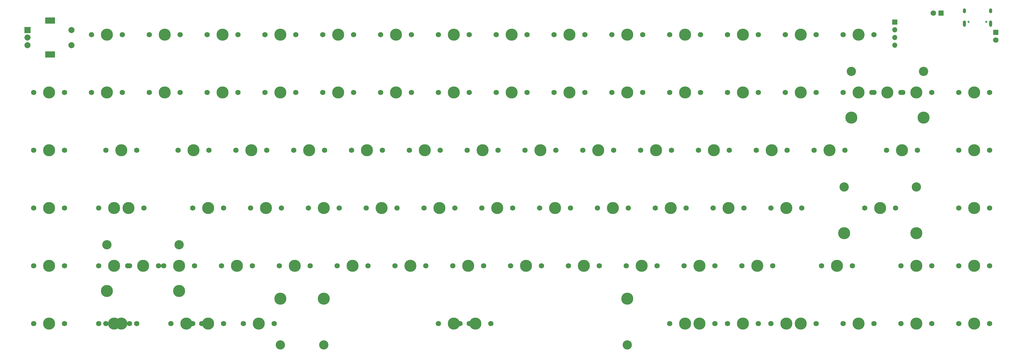
<source format=gbr>
%TF.GenerationSoftware,KiCad,Pcbnew,(5.1.9)-1*%
%TF.CreationDate,2021-05-17T13:38:32-04:00*%
%TF.ProjectId,rnm-75E,726e6d2d-3735-4452-9e6b-696361645f70,rev?*%
%TF.SameCoordinates,Original*%
%TF.FileFunction,Soldermask,Top*%
%TF.FilePolarity,Negative*%
%FSLAX46Y46*%
G04 Gerber Fmt 4.6, Leading zero omitted, Abs format (unit mm)*
G04 Created by KiCad (PCBNEW (5.1.9)-1) date 2021-05-17 13:38:32*
%MOMM*%
%LPD*%
G01*
G04 APERTURE LIST*
%ADD10C,3.987800*%
%ADD11C,1.750000*%
%ADD12R,2.000000X2.000000*%
%ADD13C,2.000000*%
%ADD14R,3.200000X2.000000*%
%ADD15C,3.048000*%
%ADD16O,1.000000X2.100000*%
%ADD17C,0.650000*%
%ADD18O,1.000000X1.600000*%
%ADD19C,1.800000*%
%ADD20R,1.800000X1.800000*%
%ADD21O,1.700000X1.700000*%
%ADD22R,1.700000X1.700000*%
G04 APERTURE END LIST*
D10*
%TO.C,MX78*%
X338125250Y-101657000D03*
D11*
X333045250Y-101657000D03*
X343205250Y-101657000D03*
%TD*%
D10*
%TO.C,MX_SPLIT_LS_R1*%
X114300000Y-177870000D03*
D11*
X109220000Y-177870000D03*
X119380000Y-177870000D03*
%TD*%
D10*
%TO.C,MX_SPLIT_LS_L1*%
X92850000Y-177850000D03*
D11*
X87770000Y-177850000D03*
X97930000Y-177850000D03*
%TD*%
D10*
%TO.C,MX_SPLIT_BS_R1*%
X357170000Y-120700000D03*
D11*
X352090000Y-120700000D03*
X362250000Y-120700000D03*
%TD*%
D10*
%TO.C,MX_SPLIT_BS_L1*%
X338130000Y-120700000D03*
D11*
X333050000Y-120700000D03*
X343210000Y-120700000D03*
%TD*%
D12*
%TO.C,SW2*%
X64281500Y-100069500D03*
D13*
X64281500Y-102569500D03*
X64281500Y-105069500D03*
D14*
X71781500Y-96969500D03*
X71781500Y-108169500D03*
D13*
X78781500Y-100069500D03*
X78781500Y-105069500D03*
%TD*%
D10*
%TO.C,MX81*%
X352412750Y-139757000D03*
D11*
X347332750Y-139757000D03*
X357492750Y-139757000D03*
%TD*%
D10*
%TO.C,MX93*%
X204775250Y-196907000D03*
D11*
X199695250Y-196907000D03*
X209855250Y-196907000D03*
D15*
X147625250Y-203892000D03*
X261925250Y-203892000D03*
D10*
X147625250Y-188652000D03*
X261925250Y-188652000D03*
%TD*%
D16*
%TO.C,J2*%
X381615000Y-97950000D03*
X372975000Y-97950000D03*
D17*
X374405000Y-97420000D03*
D18*
X372975000Y-93770000D03*
D17*
X380185000Y-97420000D03*
D18*
X381615000Y-93770000D03*
%TD*%
D10*
%TO.C,MX62*%
X285737750Y-177857000D03*
D11*
X280657750Y-177857000D03*
X290817750Y-177857000D03*
%TD*%
D10*
%TO.C,MX86*%
X376225250Y-120707000D03*
D11*
X371145250Y-120707000D03*
X381305250Y-120707000D03*
%TD*%
D10*
%TO.C,MX10*%
X102381500Y-177857000D03*
D11*
X97301500Y-177857000D03*
X107461500Y-177857000D03*
D15*
X90475250Y-170872000D03*
X114287750Y-170872000D03*
D10*
X90475250Y-186112000D03*
X114287750Y-186112000D03*
%TD*%
%TO.C,MX83*%
X357175250Y-177857000D03*
D11*
X352095250Y-177857000D03*
X362255250Y-177857000D03*
%TD*%
D10*
%TO.C,MX57*%
X266687750Y-177857000D03*
D11*
X261607750Y-177857000D03*
X271767750Y-177857000D03*
%TD*%
D19*
%TO.C,CAPS_LOCK_LED2*%
X383369000Y-103403250D03*
D20*
X383369000Y-100863250D03*
%TD*%
D19*
%TO.C,CAPS_LOCK_LED1*%
X362731500Y-94513250D03*
D20*
X365271500Y-94513250D03*
%TD*%
D10*
%TO.C,MX92*%
X123812750Y-196907000D03*
D11*
X118732750Y-196907000D03*
X128892750Y-196907000D03*
%TD*%
D10*
%TO.C,MX91*%
X95237750Y-196907000D03*
D11*
X90157750Y-196907000D03*
X100317750Y-196907000D03*
%TD*%
D10*
%TO.C,MX90*%
X92856500Y-158807000D03*
D11*
X87776500Y-158807000D03*
X97936500Y-158807000D03*
%TD*%
D10*
%TO.C,MX85*%
X376225250Y-196907000D03*
D11*
X371145250Y-196907000D03*
X381305250Y-196907000D03*
%TD*%
D10*
%TO.C,MX41*%
X211919000Y-196907000D03*
D11*
X206839000Y-196907000D03*
X216999000Y-196907000D03*
D15*
X161919100Y-203892000D03*
X261918900Y-203892000D03*
D10*
X161919100Y-188652000D03*
X261918900Y-188652000D03*
%TD*%
D21*
%TO.C,J3*%
X350043750Y-105092500D03*
X350043750Y-102552500D03*
X350043750Y-100012500D03*
D22*
X350043750Y-97472500D03*
%TD*%
D11*
%TO.C,MX2*%
X76505250Y-139757000D03*
X66345250Y-139757000D03*
D10*
X71425250Y-139757000D03*
%TD*%
%TO.C,MX4*%
X71425250Y-177857000D03*
D11*
X66345250Y-177857000D03*
X76505250Y-177857000D03*
%TD*%
D10*
%TO.C,MX89*%
X376225250Y-177857000D03*
D11*
X371145250Y-177857000D03*
X381305250Y-177857000D03*
%TD*%
D10*
%TO.C,MX88*%
X376225250Y-158807000D03*
D11*
X371145250Y-158807000D03*
X381305250Y-158807000D03*
%TD*%
D10*
%TO.C,MX87*%
X376225250Y-139757000D03*
D11*
X371145250Y-139757000D03*
X381305250Y-139757000D03*
%TD*%
D10*
%TO.C,MX84*%
X357175250Y-196907000D03*
D11*
X352095250Y-196907000D03*
X362255250Y-196907000D03*
%TD*%
D10*
%TO.C,MX82*%
X345269000Y-158807000D03*
D11*
X340189000Y-158807000D03*
X350349000Y-158807000D03*
D15*
X333362750Y-151822000D03*
X357175250Y-151822000D03*
D10*
X333362750Y-167062000D03*
X357175250Y-167062000D03*
%TD*%
%TO.C,MX80*%
X347650250Y-120707000D03*
D11*
X342570250Y-120707000D03*
X352730250Y-120707000D03*
D15*
X335744000Y-113722000D03*
X359556500Y-113722000D03*
D10*
X335744000Y-128962000D03*
X359556500Y-128962000D03*
%TD*%
%TO.C,MX79*%
X338125250Y-196907000D03*
D11*
X333045250Y-196907000D03*
X343205250Y-196907000D03*
%TD*%
D10*
%TO.C,MX77*%
X330981500Y-177857000D03*
D11*
X325901500Y-177857000D03*
X336061500Y-177857000D03*
%TD*%
D10*
%TO.C,MX76*%
X328600250Y-139757000D03*
D11*
X323520250Y-139757000D03*
X333680250Y-139757000D03*
%TD*%
D10*
%TO.C,MX75*%
X319075250Y-120707000D03*
D11*
X313995250Y-120707000D03*
X324155250Y-120707000D03*
%TD*%
D10*
%TO.C,MX74*%
X319075250Y-101657000D03*
D11*
X313995250Y-101657000D03*
X324155250Y-101657000D03*
%TD*%
D10*
%TO.C,MX73*%
X314312750Y-158807000D03*
D11*
X309232750Y-158807000D03*
X319392750Y-158807000D03*
%TD*%
D10*
%TO.C,MX72*%
X309550250Y-139757000D03*
D11*
X304470250Y-139757000D03*
X314630250Y-139757000D03*
%TD*%
D10*
%TO.C,MX71*%
X314312750Y-196907000D03*
D11*
X309232750Y-196907000D03*
X319392750Y-196907000D03*
%TD*%
D10*
%TO.C,MX70*%
X319075250Y-196907000D03*
D11*
X313995250Y-196907000D03*
X324155250Y-196907000D03*
%TD*%
D10*
%TO.C,MX69*%
X304787750Y-177857000D03*
D11*
X299707750Y-177857000D03*
X309867750Y-177857000D03*
%TD*%
D10*
%TO.C,MX68*%
X300025250Y-120707000D03*
D11*
X294945250Y-120707000D03*
X305105250Y-120707000D03*
%TD*%
D10*
%TO.C,MX67*%
X300025250Y-101657000D03*
D11*
X294945250Y-101657000D03*
X305105250Y-101657000D03*
%TD*%
D10*
%TO.C,MX66*%
X295262750Y-158807000D03*
D11*
X290182750Y-158807000D03*
X300342750Y-158807000D03*
%TD*%
D10*
%TO.C,MX65*%
X290500250Y-139757000D03*
D11*
X285420250Y-139757000D03*
X295580250Y-139757000D03*
%TD*%
D10*
%TO.C,MX64*%
X285737750Y-196907000D03*
D11*
X280657750Y-196907000D03*
X290817750Y-196907000D03*
%TD*%
D10*
%TO.C,MX63*%
X300025250Y-196907000D03*
D11*
X294945250Y-196907000D03*
X305105250Y-196907000D03*
%TD*%
D10*
%TO.C,MX61*%
X280975250Y-120707000D03*
D11*
X275895250Y-120707000D03*
X286055250Y-120707000D03*
%TD*%
D10*
%TO.C,MX60*%
X280975250Y-101657000D03*
D11*
X275895250Y-101657000D03*
X286055250Y-101657000D03*
%TD*%
D10*
%TO.C,MX59*%
X276212750Y-158807000D03*
D11*
X271132750Y-158807000D03*
X281292750Y-158807000D03*
%TD*%
D10*
%TO.C,MX58*%
X271450250Y-139757000D03*
D11*
X266370250Y-139757000D03*
X276530250Y-139757000D03*
%TD*%
D10*
%TO.C,MX56*%
X261925250Y-120707000D03*
D11*
X256845250Y-120707000D03*
X267005250Y-120707000D03*
%TD*%
D10*
%TO.C,MX55*%
X261925250Y-101657000D03*
D11*
X256845250Y-101657000D03*
X267005250Y-101657000D03*
%TD*%
D10*
%TO.C,MX54*%
X257162750Y-158807000D03*
D11*
X252082750Y-158807000D03*
X262242750Y-158807000D03*
%TD*%
D10*
%TO.C,MX53*%
X280975250Y-196907000D03*
D11*
X275895250Y-196907000D03*
X286055250Y-196907000D03*
%TD*%
D10*
%TO.C,MX52*%
X252400250Y-139757000D03*
D11*
X247320250Y-139757000D03*
X257480250Y-139757000D03*
%TD*%
D10*
%TO.C,MX51*%
X247637750Y-177857000D03*
D11*
X242557750Y-177857000D03*
X252717750Y-177857000D03*
%TD*%
D10*
%TO.C,MX50*%
X242875250Y-120707000D03*
D11*
X237795250Y-120707000D03*
X247955250Y-120707000D03*
%TD*%
D10*
%TO.C,MX49*%
X242875250Y-101657000D03*
D11*
X237795250Y-101657000D03*
X247955250Y-101657000D03*
%TD*%
D10*
%TO.C,MX48*%
X238112750Y-158807000D03*
D11*
X233032750Y-158807000D03*
X243192750Y-158807000D03*
%TD*%
D10*
%TO.C,MX47*%
X233350250Y-139757000D03*
D11*
X228270250Y-139757000D03*
X238430250Y-139757000D03*
%TD*%
D10*
%TO.C,MX46*%
X228587750Y-177857000D03*
D11*
X223507750Y-177857000D03*
X233667750Y-177857000D03*
%TD*%
D10*
%TO.C,MX45*%
X223825250Y-120707000D03*
D11*
X218745250Y-120707000D03*
X228905250Y-120707000D03*
%TD*%
D10*
%TO.C,MX44*%
X223825250Y-101657000D03*
D11*
X218745250Y-101657000D03*
X228905250Y-101657000D03*
%TD*%
D10*
%TO.C,MX43*%
X219062750Y-158807000D03*
D11*
X213982750Y-158807000D03*
X224142750Y-158807000D03*
%TD*%
D10*
%TO.C,MX42*%
X214300250Y-139757000D03*
D11*
X209220250Y-139757000D03*
X219380250Y-139757000D03*
%TD*%
D10*
%TO.C,MX40*%
X209537750Y-177857000D03*
D11*
X204457750Y-177857000D03*
X214617750Y-177857000D03*
%TD*%
D10*
%TO.C,MX39*%
X204775250Y-120707000D03*
D11*
X199695250Y-120707000D03*
X209855250Y-120707000D03*
%TD*%
D10*
%TO.C,MX38*%
X204775250Y-101657000D03*
D11*
X199695250Y-101657000D03*
X209855250Y-101657000D03*
%TD*%
D10*
%TO.C,MX37*%
X200012750Y-158807000D03*
D11*
X194932750Y-158807000D03*
X205092750Y-158807000D03*
%TD*%
D10*
%TO.C,MX36*%
X195250250Y-139757000D03*
D11*
X190170250Y-139757000D03*
X200330250Y-139757000D03*
%TD*%
D10*
%TO.C,MX35*%
X190487750Y-177857000D03*
D11*
X185407750Y-177857000D03*
X195567750Y-177857000D03*
%TD*%
D10*
%TO.C,MX34*%
X185725250Y-120707000D03*
D11*
X180645250Y-120707000D03*
X190805250Y-120707000D03*
%TD*%
D10*
%TO.C,MX33*%
X185725250Y-101657000D03*
D11*
X180645250Y-101657000D03*
X190805250Y-101657000D03*
%TD*%
D10*
%TO.C,MX32*%
X180962750Y-158807000D03*
D11*
X175882750Y-158807000D03*
X186042750Y-158807000D03*
%TD*%
D10*
%TO.C,MX31*%
X176200250Y-139757000D03*
D11*
X171120250Y-139757000D03*
X181280250Y-139757000D03*
%TD*%
D10*
%TO.C,MX30*%
X171437750Y-177857000D03*
D11*
X166357750Y-177857000D03*
X176517750Y-177857000D03*
%TD*%
D10*
%TO.C,MX29*%
X166675250Y-120707000D03*
D11*
X161595250Y-120707000D03*
X171755250Y-120707000D03*
%TD*%
D10*
%TO.C,MX28*%
X166675250Y-101657000D03*
D11*
X161595250Y-101657000D03*
X171755250Y-101657000D03*
%TD*%
D10*
%TO.C,MX27*%
X161912750Y-158807000D03*
D11*
X156832750Y-158807000D03*
X166992750Y-158807000D03*
%TD*%
D10*
%TO.C,MX26*%
X157150250Y-139757000D03*
D11*
X152070250Y-139757000D03*
X162230250Y-139757000D03*
%TD*%
D10*
%TO.C,MX25*%
X152387750Y-177857000D03*
D11*
X147307750Y-177857000D03*
X157467750Y-177857000D03*
%TD*%
D10*
%TO.C,MX24*%
X147625250Y-120707000D03*
D11*
X142545250Y-120707000D03*
X152705250Y-120707000D03*
%TD*%
D10*
%TO.C,MX23*%
X147625250Y-101657000D03*
D11*
X142545250Y-101657000D03*
X152705250Y-101657000D03*
%TD*%
D10*
%TO.C,MX22*%
X142862750Y-158807000D03*
D11*
X137782750Y-158807000D03*
X147942750Y-158807000D03*
%TD*%
D10*
%TO.C,MX21*%
X138100250Y-139757000D03*
D11*
X133020250Y-139757000D03*
X143180250Y-139757000D03*
%TD*%
D10*
%TO.C,MX20*%
X140481500Y-196907000D03*
D11*
X135401500Y-196907000D03*
X145561500Y-196907000D03*
%TD*%
D10*
%TO.C,MX19*%
X133337750Y-177857000D03*
D11*
X128257750Y-177857000D03*
X138417750Y-177857000D03*
%TD*%
D10*
%TO.C,MX18*%
X128575250Y-120707000D03*
D11*
X123495250Y-120707000D03*
X133655250Y-120707000D03*
%TD*%
D10*
%TO.C,MX17*%
X128575250Y-101657000D03*
D11*
X123495250Y-101657000D03*
X133655250Y-101657000D03*
%TD*%
D10*
%TO.C,MX16*%
X123812750Y-158807000D03*
D11*
X118732750Y-158807000D03*
X128892750Y-158807000D03*
%TD*%
D10*
%TO.C,MX15*%
X119050250Y-139757000D03*
D11*
X113970250Y-139757000D03*
X124130250Y-139757000D03*
%TD*%
D10*
%TO.C,MX14*%
X116669000Y-196907000D03*
D11*
X111589000Y-196907000D03*
X121749000Y-196907000D03*
%TD*%
D10*
%TO.C,MX13*%
X109525250Y-120707000D03*
D11*
X104445250Y-120707000D03*
X114605250Y-120707000D03*
%TD*%
D10*
%TO.C,MX12*%
X109525250Y-101657000D03*
D11*
X104445250Y-101657000D03*
X114605250Y-101657000D03*
%TD*%
D10*
%TO.C,MX11*%
X92856500Y-196907000D03*
D11*
X87776500Y-196907000D03*
X97936500Y-196907000D03*
%TD*%
D10*
%TO.C,MX9*%
X97619000Y-158807000D03*
D11*
X92539000Y-158807000D03*
X102699000Y-158807000D03*
%TD*%
D10*
%TO.C,MX8*%
X95237750Y-139757000D03*
D11*
X90157750Y-139757000D03*
X100317750Y-139757000D03*
%TD*%
D10*
%TO.C,MX7*%
X90475250Y-120707000D03*
D11*
X85395250Y-120707000D03*
X95555250Y-120707000D03*
%TD*%
D10*
%TO.C,MX6*%
X90475250Y-101657000D03*
D11*
X85395250Y-101657000D03*
X95555250Y-101657000D03*
%TD*%
D10*
%TO.C,MX5*%
X71425250Y-196907000D03*
D11*
X66345250Y-196907000D03*
X76505250Y-196907000D03*
%TD*%
D10*
%TO.C,MX3*%
X71425250Y-158807000D03*
D11*
X66345250Y-158807000D03*
X76505250Y-158807000D03*
%TD*%
%TO.C,MX1*%
X76505250Y-120707000D03*
X66345250Y-120707000D03*
D10*
X71425250Y-120707000D03*
%TD*%
M02*

</source>
